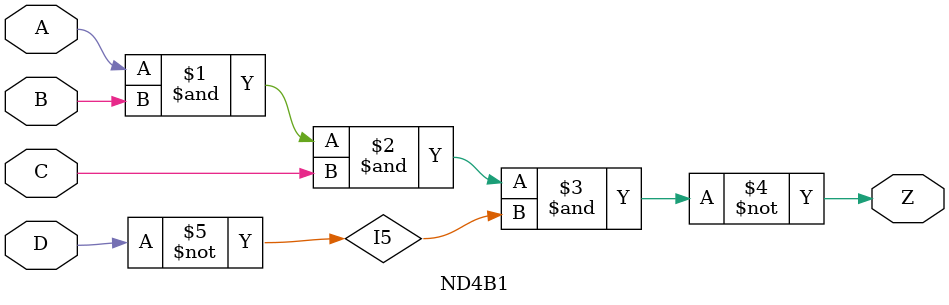
<source format=v>
`resetall
`timescale 1 ns / 100 ps

/* Created by DB2VERILOG Version 1.0.1.1 on Sat May 14 10:36:05 1994 */
/* module compiled from "lsl2db 3.6.4" run */


`celldefine
module ND4B1 (A, B, C, D, Z);
input  A, B, C, D;
output Z;
nand i1 (Z, A, B, C, I5);
not i2 (I5, D);

endmodule 
`endcelldefine

</source>
